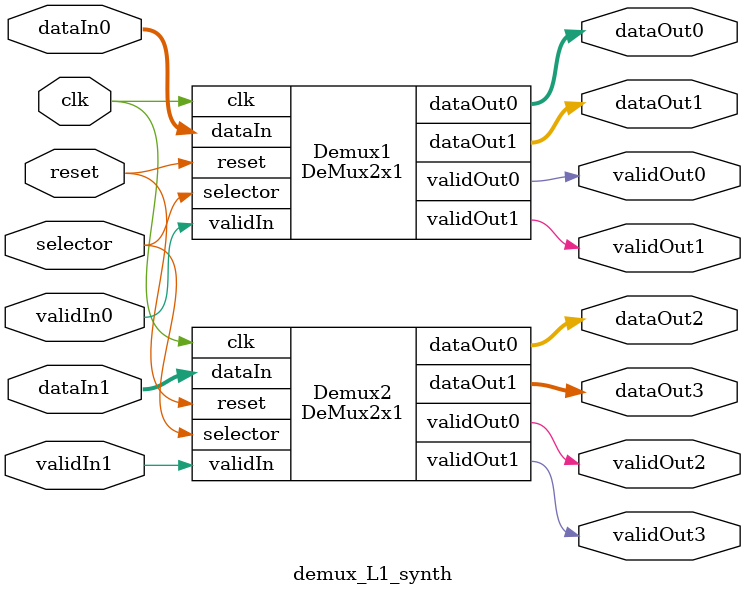
<source format=v>
/* Generated by Yosys 0.9 (git sha1 1979e0b) */

(* src = "DeMux2x1.v:1" *)
module DeMux2x1(dataOut0, dataOut1, validOut0, validOut1, dataIn, validIn, selector, clk, reset);
  (* src = "DeMux2x1.v:36" *)
  wire [7:0] _000_;
  (* src = "DeMux2x1.v:36" *)
  wire _001_;
  (* src = "DeMux2x1.v:36" *)
  wire _002_;
  wire _003_;
  wire _004_;
  wire _005_;
  wire _006_;
  wire _007_;
  wire _008_;
  wire _009_;
  wire _010_;
  wire _011_;
  wire _012_;
  wire _013_;
  wire _014_;
  wire _015_;
  wire _016_;
  wire _017_;
  wire _018_;
  wire _019_;
  wire _020_;
  wire _021_;
  wire _022_;
  wire _023_;
  wire _024_;
  wire _025_;
  wire _026_;
  wire _027_;
  wire _028_;
  wire _029_;
  wire _030_;
  wire _031_;
  wire _032_;
  wire _033_;
  wire _034_;
  wire _035_;
  wire _036_;
  wire _037_;
  wire _038_;
  wire _039_;
  wire _040_;
  wire _041_;
  wire _042_;
  wire _043_;
  wire _044_;
  (* src = "DeMux2x1.v:9" *)
  input clk;
  (* src = "DeMux2x1.v:6" *)
  input [7:0] dataIn;
  (* src = "DeMux2x1.v:2" *)
  output [7:0] dataOut0;
  (* src = "DeMux2x1.v:3" *)
  output [7:0] dataOut1;
  (* src = "DeMux2x1.v:10" *)
  input reset;
  (* src = "DeMux2x1.v:8" *)
  input selector;
  (* src = "DeMux2x1.v:7" *)
  input validIn;
  (* src = "DeMux2x1.v:4" *)
  output validOut0;
  (* src = "DeMux2x1.v:5" *)
  output validOut1;
  NOT _045_ (
    .A(reset),
    .Y(_003_)
  );
  NOT _046_ (
    .A(validIn),
    .Y(_004_)
  );
  NOT _047_ (
    .A(selector),
    .Y(_005_)
  );
  NOR _048_ (
    .A(_004_),
    .B(selector),
    .Y(_006_)
  );
  NOR _049_ (
    .A(_003_),
    .B(_006_),
    .Y(_007_)
  );
  NOR _050_ (
    .A(validOut0),
    .B(reset),
    .Y(_008_)
  );
  NOR _051_ (
    .A(_007_),
    .B(_008_),
    .Y(_001_)
  );
  NOR _052_ (
    .A(_004_),
    .B(_005_),
    .Y(_009_)
  );
  NAND _053_ (
    .A(validIn),
    .B(selector),
    .Y(_010_)
  );
  NOR _054_ (
    .A(dataOut1[0]),
    .B(_009_),
    .Y(_011_)
  );
  NOR _055_ (
    .A(dataIn[0]),
    .B(_010_),
    .Y(_012_)
  );
  NOT _056_ (
    .A(_012_),
    .Y(_013_)
  );
  NAND _057_ (
    .A(reset),
    .B(_013_),
    .Y(_014_)
  );
  NOR _058_ (
    .A(_011_),
    .B(_014_),
    .Y(_000_[0])
  );
  NOR _059_ (
    .A(dataOut1[1]),
    .B(_009_),
    .Y(_015_)
  );
  NOR _060_ (
    .A(dataIn[1]),
    .B(_010_),
    .Y(_016_)
  );
  NOT _061_ (
    .A(_016_),
    .Y(_017_)
  );
  NAND _062_ (
    .A(reset),
    .B(_017_),
    .Y(_018_)
  );
  NOR _063_ (
    .A(_015_),
    .B(_018_),
    .Y(_000_[1])
  );
  NOR _064_ (
    .A(dataOut1[2]),
    .B(_009_),
    .Y(_019_)
  );
  NOR _065_ (
    .A(dataIn[2]),
    .B(_010_),
    .Y(_020_)
  );
  NOT _066_ (
    .A(_020_),
    .Y(_021_)
  );
  NAND _067_ (
    .A(reset),
    .B(_021_),
    .Y(_022_)
  );
  NOR _068_ (
    .A(_019_),
    .B(_022_),
    .Y(_000_[2])
  );
  NOR _069_ (
    .A(dataOut1[3]),
    .B(_009_),
    .Y(_023_)
  );
  NOR _070_ (
    .A(dataIn[3]),
    .B(_010_),
    .Y(_024_)
  );
  NOT _071_ (
    .A(_024_),
    .Y(_025_)
  );
  NAND _072_ (
    .A(reset),
    .B(_025_),
    .Y(_026_)
  );
  NOR _073_ (
    .A(_023_),
    .B(_026_),
    .Y(_000_[3])
  );
  NOR _074_ (
    .A(dataOut1[4]),
    .B(_009_),
    .Y(_027_)
  );
  NOR _075_ (
    .A(dataIn[4]),
    .B(_010_),
    .Y(_028_)
  );
  NOT _076_ (
    .A(_028_),
    .Y(_029_)
  );
  NAND _077_ (
    .A(reset),
    .B(_029_),
    .Y(_030_)
  );
  NOR _078_ (
    .A(_027_),
    .B(_030_),
    .Y(_000_[4])
  );
  NOR _079_ (
    .A(dataOut1[5]),
    .B(_009_),
    .Y(_031_)
  );
  NOR _080_ (
    .A(dataIn[5]),
    .B(_010_),
    .Y(_032_)
  );
  NOT _081_ (
    .A(_032_),
    .Y(_033_)
  );
  NAND _082_ (
    .A(reset),
    .B(_033_),
    .Y(_034_)
  );
  NOR _083_ (
    .A(_031_),
    .B(_034_),
    .Y(_000_[5])
  );
  NOR _084_ (
    .A(dataOut1[6]),
    .B(_009_),
    .Y(_035_)
  );
  NOR _085_ (
    .A(dataIn[6]),
    .B(_010_),
    .Y(_036_)
  );
  NOT _086_ (
    .A(_036_),
    .Y(_037_)
  );
  NAND _087_ (
    .A(reset),
    .B(_037_),
    .Y(_038_)
  );
  NOR _088_ (
    .A(_035_),
    .B(_038_),
    .Y(_000_[6])
  );
  NOR _089_ (
    .A(dataOut1[7]),
    .B(_009_),
    .Y(_039_)
  );
  NOR _090_ (
    .A(dataIn[7]),
    .B(_010_),
    .Y(_040_)
  );
  NOT _091_ (
    .A(_040_),
    .Y(_041_)
  );
  NAND _092_ (
    .A(reset),
    .B(_041_),
    .Y(_042_)
  );
  NOR _093_ (
    .A(_039_),
    .B(_042_),
    .Y(_000_[7])
  );
  NOR _094_ (
    .A(_003_),
    .B(_009_),
    .Y(_043_)
  );
  NOR _095_ (
    .A(reset),
    .B(validOut1),
    .Y(_044_)
  );
  NOR _096_ (
    .A(_043_),
    .B(_044_),
    .Y(_002_)
  );
  (* src = "DeMux2x1.v:61" *)
  DFF _097_ (
    .C(clk),
    .D(_002_),
    .Q(validOut1)
  );
  (* src = "DeMux2x1.v:36" *)
  DFF _098_ (
    .C(clk),
    .D(_000_[0]),
    .Q(dataOut1[0])
  );
  (* src = "DeMux2x1.v:36" *)
  DFF _099_ (
    .C(clk),
    .D(_000_[1]),
    .Q(dataOut1[1])
  );
  (* src = "DeMux2x1.v:36" *)
  DFF _100_ (
    .C(clk),
    .D(_000_[2]),
    .Q(dataOut1[2])
  );
  (* src = "DeMux2x1.v:36" *)
  DFF _101_ (
    .C(clk),
    .D(_000_[3]),
    .Q(dataOut1[3])
  );
  (* src = "DeMux2x1.v:36" *)
  DFF _102_ (
    .C(clk),
    .D(_000_[4]),
    .Q(dataOut1[4])
  );
  (* src = "DeMux2x1.v:36" *)
  DFF _103_ (
    .C(clk),
    .D(_000_[5]),
    .Q(dataOut1[5])
  );
  (* src = "DeMux2x1.v:36" *)
  DFF _104_ (
    .C(clk),
    .D(_000_[6]),
    .Q(dataOut1[6])
  );
  (* src = "DeMux2x1.v:36" *)
  DFF _105_ (
    .C(clk),
    .D(_000_[7]),
    .Q(dataOut1[7])
  );
  (* src = "DeMux2x1.v:36" *)
  DFF _106_ (
    .C(clk),
    .D(_001_),
    .Q(validOut0)
  );
  assign dataOut0 = 8'h00;
endmodule

(* top =  1  *)
(* src = "demux_L1_synth.v:2" *)
module demux_L1_synth(dataOut0, dataOut1, dataOut2, dataOut3, validOut0, validOut1, validOut2, validOut3, dataIn0, dataIn1, validIn0, validIn1, selector, clk, reset);
  (* src = "demux_L1_synth.v:16" *)
  input clk;
  (* src = "demux_L1_synth.v:11" *)
  input [7:0] dataIn0;
  (* src = "demux_L1_synth.v:12" *)
  input [7:0] dataIn1;
  (* src = "demux_L1_synth.v:3" *)
  output [7:0] dataOut0;
  (* src = "demux_L1_synth.v:4" *)
  output [7:0] dataOut1;
  (* src = "demux_L1_synth.v:5" *)
  output [7:0] dataOut2;
  (* src = "demux_L1_synth.v:6" *)
  output [7:0] dataOut3;
  (* src = "demux_L1_synth.v:17" *)
  input reset;
  (* src = "demux_L1_synth.v:15" *)
  input selector;
  (* src = "demux_L1_synth.v:13" *)
  input validIn0;
  (* src = "demux_L1_synth.v:14" *)
  input validIn1;
  (* src = "demux_L1_synth.v:7" *)
  output validOut0;
  (* src = "demux_L1_synth.v:8" *)
  output validOut1;
  (* src = "demux_L1_synth.v:9" *)
  output validOut2;
  (* src = "demux_L1_synth.v:10" *)
  output validOut3;
  (* module_not_derived = 32'd1 *)
  (* src = "demux_L1_synth.v:19" *)
  DeMux2x1 Demux1 (
    .clk(clk),
    .dataIn(dataIn0),
    .dataOut0(dataOut0),
    .dataOut1(dataOut1),
    .reset(reset),
    .selector(selector),
    .validIn(validIn0),
    .validOut0(validOut0),
    .validOut1(validOut1)
  );
  (* module_not_derived = 32'd1 *)
  (* src = "demux_L1_synth.v:33" *)
  DeMux2x1 Demux2 (
    .clk(clk),
    .dataIn(dataIn1),
    .dataOut0(dataOut2),
    .dataOut1(dataOut3),
    .reset(reset),
    .selector(selector),
    .validIn(validIn1),
    .validOut0(validOut2),
    .validOut1(validOut3)
  );
endmodule

</source>
